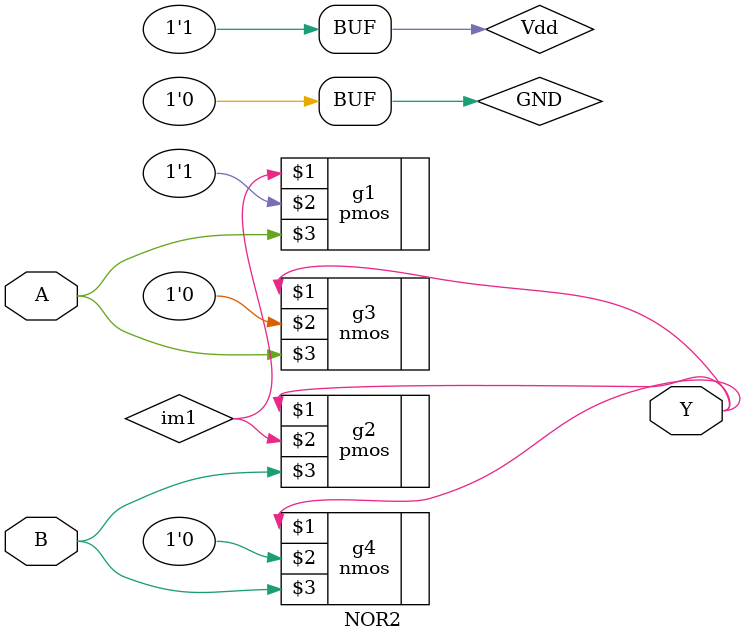
<source format=v>
`timescale 1ns / 1ps


module NOR2(
    input A, B,
    output Y
    );
    
    supply0 GND;
    supply1 Vdd;
    
    wire im1;
    
    pmos #(3) g1 (im1, Vdd, A);
    pmos #(3) g2 (Y, im1, B);
    
    nmos #(3) g3 (Y, GND, A);
    nmos #(3) g4 (Y, GND, B);
endmodule

</source>
